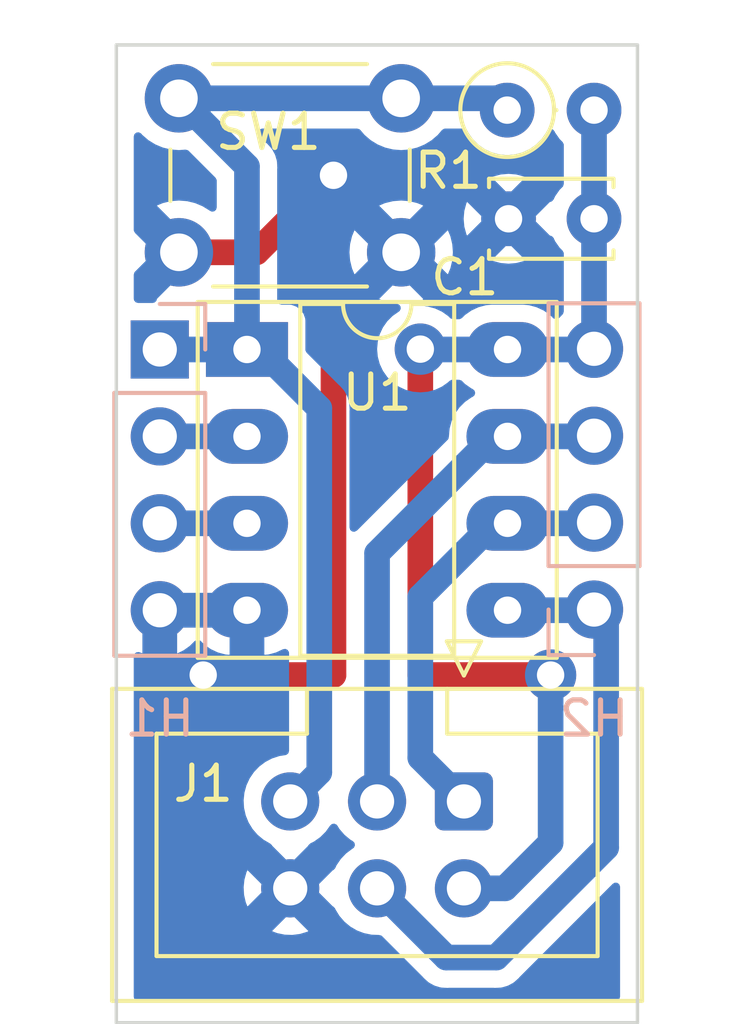
<source format=kicad_pcb>
(kicad_pcb (version 20211014) (generator pcbnew)
  (title_block (title "ATTiny QuickDev adapter") (date "2024-10-13") (rev "0.2") (company "Yavook!de"))
  (layers (0 "F.Cu" signal) (31 "B.Cu" signal) (34 "B.Paste" user) (35 "F.Paste" user) (36 "B.SilkS" user "B.Silkscreen") (37 "F.SilkS" user "F.Silkscreen") (38 "B.Mask" user) (39 "F.Mask" user) (44 "Edge.Cuts" user))
  (net 0 "")
  (net 1 "VCC")
  (net 2 "GND")
  (net 3 "/P1")
  (net 4 "/P2")
  (net 5 "/P3")
  (net 6 "/P5")
  (net 7 "/P6")
  (net 8 "/P7")
  (footprint "Button_Switch_THT:SW_PUSH_6mm" (layer "F.Cu") (at 20.88 20.61)
    (fp_text reference "SW1" (at 2.615 0.98) (layer "F.SilkS"))
    (fp_text value "SW_Push")
    (fp_line (start 6.75 3) (end 6.75 1.5) (layer "F.SilkS") (width 0.12))
    (fp_line (start -0.25 1.5) (end -0.25 3) (layer "F.SilkS") (width 0.12))
    (fp_line (start 5.5 -1) (end 1 -1) (layer "F.SilkS") (width 0.12))
    (fp_line (start 1 5.5) (end 5.5 5.5) (layer "F.SilkS") (width 0.12))
    (pad "1" thru_hole circle (at 0 0 90) (size 2 2) (drill 1.1) (layers *.Cu *.Mask) (net 3 "/P1"))
    (pad "1" thru_hole circle (at 6.5 0 90) (size 2 2) (drill 1.1) (layers *.Cu *.Mask) (net 3 "/P1"))
    (pad "2" thru_hole circle (at 0 4.5 90) (size 2 2) (drill 1.1) (layers *.Cu *.Mask) (net 2 "GND"))
    (pad "2" thru_hole circle (at 6.5 4.5 90) (size 2 2) (drill 1.1) (layers *.Cu *.Mask) (net 2 "GND"))
  )
  (footprint "Capacitor_THT:C_Disc_D3.4mm_W2.1mm_P2.50mm" (layer "F.Cu") (at 33.02 24.13 180)
    (fp_text reference "C1" (at 3.780791 -1.708204) (layer "F.SilkS"))
    (fp_text value "100n")
    (fp_line (start 3.07 -1.17) (end 3.07 -0.925) (layer "F.SilkS") (width 0.12))
    (fp_line (start -0.57 -1.17) (end 3.07 -1.17) (layer "F.SilkS") (width 0.12))
    (fp_line (start -0.57 -1.17) (end -0.57 -0.925) (layer "F.SilkS") (width 0.12))
    (fp_line (start 3.07 0.925) (end 3.07 1.17) (layer "F.SilkS") (width 0.12))
    (fp_line (start -0.57 1.17) (end 3.07 1.17) (layer "F.SilkS") (width 0.12))
    (fp_line (start -0.57 0.925) (end -0.57 1.17) (layer "F.SilkS") (width 0.12))
    (pad "1" thru_hole circle (at 0 0 180) (size 1.6 1.6) (drill 0.8) (layers *.Cu *.Mask) (net 1 "VCC"))
    (pad "2" thru_hole circle (at 2.5 0 180) (size 1.6 1.6) (drill 0.8) (layers *.Cu *.Mask) (net 2 "GND"))
  )
  (footprint "Connector_IDC:IDC-Header_2x03_P2.54mm_Vertical" (layer "F.Cu") (at 29.215 41.1575 -90)
    (fp_text reference "J1" (at -0.5175 7.625 180) (layer "F.SilkS"))
    (fp_text value "AVR-ISP-6")
    (fp_line (start -1.98 4.59) (end -1.98 4.59) (layer "F.SilkS") (width 0.12))
    (fp_line (start 4.52 8.99) (end -1.98 8.99) (layer "F.SilkS") (width 0.12))
    (fp_line (start -1.98 -3.91) (end 4.52 -3.91) (layer "F.SilkS") (width 0.12))
    (fp_line (start -1.98 8.99) (end -1.98 4.59) (layer "F.SilkS") (width 0.12))
    (fp_line (start 5.83 10.29) (end -3.29 10.29) (layer "F.SilkS") (width 0.12))
    (fp_line (start -3.68 0) (end -4.68 -0.5) (layer "F.SilkS") (width 0.12))
    (fp_line (start 4.52 -3.91) (end 4.52 8.99) (layer "F.SilkS") (width 0.12))
    (fp_line (start -1.98 0.49) (end -1.98 -3.91) (layer "F.SilkS") (width 0.12))
    (fp_line (start -3.29 -5.21) (end 5.83 -5.21) (layer "F.SilkS") (width 0.12))
    (fp_line (start -3.29 0.49) (end -1.98 0.49) (layer "F.SilkS") (width 0.12))
    (fp_line (start -1.98 4.59) (end -3.29 4.59) (layer "F.SilkS") (width 0.12))
    (fp_line (start -3.29 10.29) (end -3.29 -5.21) (layer "F.SilkS") (width 0.12))
    (fp_line (start 5.83 -5.21) (end 5.83 10.29) (layer "F.SilkS") (width 0.12))
    (fp_line (start -4.68 0.5) (end -3.68 0) (layer "F.SilkS") (width 0.12))
    (fp_line (start -4.68 -0.5) (end -4.68 0.5) (layer "F.SilkS") (width 0.12))
    (pad "1" thru_hole roundrect (at 0 0 270) (size 1.7 1.7) (drill 1) (layers *.Cu *.Mask) (roundrect_rratio 0.1470588235) (net 7 "/P6"))
    (pad "2" thru_hole circle (at 2.54 0 270) (size 1.7 1.7) (drill 1) (layers *.Cu *.Mask) (net 1 "VCC"))
    (pad "3" thru_hole circle (at 0 2.54 270) (size 1.7 1.7) (drill 1) (layers *.Cu *.Mask) (net 8 "/P7"))
    (pad "4" thru_hole circle (at 2.54 2.54 270) (size 1.7 1.7) (drill 1) (layers *.Cu *.Mask) (net 6 "/P5"))
    (pad "5" thru_hole circle (at 0 5.08 270) (size 1.7 1.7) (drill 1) (layers *.Cu *.Mask) (net 3 "/P1"))
    (pad "6" thru_hole circle (at 2.54 5.08 270) (size 1.7 1.7) (drill 1) (layers *.Cu *.Mask) (net 2 "GND"))
  )
  (footprint "Resistor_THT:R_Axial_DIN0207_L6.3mm_D2.5mm_P2.54mm_Vertical" (layer "F.Cu") (at 30.48 20.955)
    (fp_text reference "R1" (at -1.718303 1.771672) (layer "F.SilkS"))
    (fp_text value "10K")
    (fp_line (start 1.37 0) (end 1.44 0) (layer "F.SilkS") (width 0.12))
    (fp_circle (center 0 0) (end 1.37 0) (layer "F.SilkS") (width 0.12) (fill none))
    (pad "1" thru_hole circle (at 0 0) (size 1.6 1.6) (drill 0.8) (layers *.Cu *.Mask) (net 3 "/P1"))
    (pad "2" thru_hole oval (at 2.54 0) (size 1.6 1.6) (drill 0.8) (layers *.Cu *.Mask) (net 1 "VCC"))
  )
  (footprint "Package_DIP:DIP-8_W7.62mm_Socket_LongPads" (layer "F.Cu") (at 22.87 27.95)
    (fp_text reference "U1" (at 3.81 1.26) (layer "F.SilkS"))
    (fp_text value "ATtiny13V-10P")
    (fp_line (start 9.06 -1.39) (end -1.44 -1.39) (layer "F.SilkS") (width 0.12))
    (fp_line (start -1.44 9.01) (end 9.06 9.01) (layer "F.SilkS") (width 0.12))
    (fp_line (start 6.06 8.95) (end 6.06 -1.33) (layer "F.SilkS") (width 0.12))
    (fp_line (start -1.44 -1.39) (end -1.44 9.01) (layer "F.SilkS") (width 0.12))
    (fp_line (start 1.56 -1.33) (end 1.56 8.95) (layer "F.SilkS") (width 0.12))
    (fp_line (start 2.81 -1.33) (end 1.56 -1.33) (layer "F.SilkS") (width 0.12))
    (fp_line (start 6.06 -1.33) (end 4.81 -1.33) (layer "F.SilkS") (width 0.12))
    (fp_line (start 1.56 8.95) (end 6.06 8.95) (layer "F.SilkS") (width 0.12))
    (fp_line (start 9.06 9.01) (end 9.06 -1.39) (layer "F.SilkS") (width 0.12))
    (fp_arc (start 4.81 -1.33) (mid 3.81 -0.33) (end 2.81 -1.33) (layer "F.SilkS") (width 0.12))
    (pad "1" thru_hole rect (at 0 0) (size 2.4 1.6) (drill 0.8) (layers *.Cu *.Mask) (net 3 "/P1"))
    (pad "2" thru_hole oval (at 0 2.54) (size 2.4 1.6) (drill 0.8) (layers *.Cu *.Mask) (net 4 "/P2"))
    (pad "3" thru_hole oval (at 0 5.08) (size 2.4 1.6) (drill 0.8) (layers *.Cu *.Mask) (net 5 "/P3"))
    (pad "4" thru_hole oval (at 0 7.62) (size 2.4 1.6) (drill 0.8) (layers *.Cu *.Mask) (net 2 "GND"))
    (pad "5" thru_hole oval (at 7.62 7.62) (size 2.4 1.6) (drill 0.8) (layers *.Cu *.Mask) (net 6 "/P5"))
    (pad "6" thru_hole oval (at 7.62 5.08) (size 2.4 1.6) (drill 0.8) (layers *.Cu *.Mask) (net 7 "/P6"))
    (pad "7" thru_hole oval (at 7.62 2.54) (size 2.4 1.6) (drill 0.8) (layers *.Cu *.Mask) (net 8 "/P7"))
    (pad "8" thru_hole oval (at 7.62 0) (size 2.4 1.6) (drill 0.8) (layers *.Cu *.Mask) (net 1 "VCC"))
  )
  (footprint "Connector_PinHeader_2.54mm:PinHeader_1x04_P2.54mm_Vertical" (layer "B.Cu") (at 20.32 27.95 180)
    (fp_text reference "H1" (at 0 -10.785) (layer "B.SilkS") (effects (justify mirror)))
    (fp_text value "Conn_01x04")
    (fp_line (start -1.33 0) (end -1.33 1.33) (layer "B.SilkS") (width 0.12))
    (fp_line (start -1.33 -1.27) (end 1.33 -1.27) (layer "B.SilkS") (width 0.12))
    (fp_line (start -1.33 -8.95) (end 1.33 -8.95) (layer "B.SilkS") (width 0.12))
    (fp_line (start -1.33 1.33) (end 0 1.33) (layer "B.SilkS") (width 0.12))
    (fp_line (start 1.33 -1.27) (end 1.33 -8.95) (layer "B.SilkS") (width 0.12))
    (fp_line (start -1.33 -1.27) (end -1.33 -8.95) (layer "B.SilkS") (width 0.12))
    (pad "1" thru_hole rect (at 0 0 180) (size 1.7 1.7) (drill 1) (layers *.Cu *.Mask) (net 3 "/P1"))
    (pad "2" thru_hole oval (at 0 -2.54 180) (size 1.7 1.7) (drill 1) (layers *.Cu *.Mask) (net 4 "/P2"))
    (pad "3" thru_hole oval (at 0 -5.08 180) (size 1.7 1.7) (drill 1) (layers *.Cu *.Mask) (net 5 "/P3"))
    (pad "4" thru_hole oval (at 0 -7.62 180) (size 1.7 1.7) (drill 1) (layers *.Cu *.Mask) (net 2 "GND"))
  )
  (footprint "Connector_PinHeader_2.54mm:PinHeader_1x04_P2.54mm_Vertical" (layer "B.Cu") (at 33.02 35.55)
    (fp_text reference "H2" (at 0 3.185) (layer "B.SilkS") (effects (justify mirror)))
    (fp_text value "Conn_01x04")
    (fp_line (start -1.33 1.33) (end 0 1.33) (layer "B.SilkS") (width 0.12))
    (fp_line (start -1.33 -1.27) (end -1.33 -8.95) (layer "B.SilkS") (width 0.12))
    (fp_line (start -1.33 -1.27) (end 1.33 -1.27) (layer "B.SilkS") (width 0.12))
    (fp_line (start -1.33 -8.95) (end 1.33 -8.95) (layer "B.SilkS") (width 0.12))
    (fp_line (start 1.33 -1.27) (end 1.33 -8.95) (layer "B.SilkS") (width 0.12))
    (fp_line (start -1.33 0) (end -1.33 1.33) (layer "B.SilkS") (width 0.12))
    (pad "1" thru_hole circle (at 0 0) (size 1.7 1.7) (drill 1) (layers *.Cu *.Mask) (net 6 "/P5"))
    (pad "2" thru_hole oval (at 0 -2.54) (size 1.7 1.7) (drill 1) (layers *.Cu *.Mask) (net 7 "/P6"))
    (pad "3" thru_hole oval (at 0 -5.08) (size 1.7 1.7) (drill 1) (layers *.Cu *.Mask) (net 8 "/P7"))
    (pad "4" thru_hole oval (at 0 -7.62) (size 1.7 1.7) (drill 1) (layers *.Cu *.Mask) (net 1 "VCC"))
  )
  (gr_line (start 34.29 47.625) (end 34.29 19.05) (layer "Edge.Cuts") (width 0.1))
  (gr_line (start 34.29 19.05) (end 19.05 19.05) (layer "Edge.Cuts") (width 0.1))
  (gr_line (start 19.05 19.05) (end 19.05 47.625) (layer "Edge.Cuts") (width 0.1))
  (gr_line (start 19.05 47.625) (end 34.29 47.625) (layer "Edge.Cuts") (width 0.1))
  (segment (start 27.94 37.465) (end 31.75 37.465) (width 0.75) (layer "F.Cu") (net 1))
  (segment (start 27.94 27.94) (end 27.94 37.465) (width 0.75) (layer "F.Cu") (net 1))
  (via (at 27.94 27.94) (size 1.5) (drill 0.8) (layers "F.Cu" "B.Cu") (net 1))
  (via (at 31.75 37.465) (size 1.5) (drill 0.8) (layers "F.Cu" "B.Cu") (net 1))
  (segment (start 33 27.95) (end 33.02 27.93) (width 0.75) (layer "B.Cu") (net 1))
  (segment (start 30.49 27.95) (end 33 27.95) (width 0.75) (layer "B.Cu") (net 1))
  (segment (start 30.49 27.95) (end 27.95 27.95) (width 0.75) (layer "B.Cu") (net 1))
  (segment (start 31.75 38.1) (end 31.75 42.364581) (width 0.75) (layer "B.Cu") (net 1))
  (segment (start 27.95 27.95) (end 27.94 27.94) (width 0.75) (layer "B.Cu") (net 1))
  (segment (start 30.417081 43.6975) (end 29.215 43.6975) (width 0.75) (layer "B.Cu") (net 1))
  (segment (start 33.02 24.13) (end 33.02 20.955) (width 0.75) (layer "B.Cu") (net 1))
  (segment (start 31.75 42.364581) (end 30.417081 43.6975) (width 0.75) (layer "B.Cu") (net 1))
  (segment (start 33.02 27.93) (end 33.02 24.13) (width 0.75) (layer "B.Cu") (net 1))
  (segment (start 20.88 25.11) (end 23.15 25.11) (width 0.75) (layer "F.Cu") (net 2))
  (segment (start 25.4 37.465) (end 21.59 37.465) (width 0.75) (layer "F.Cu") (net 2))
  (segment (start 25.4 22.86) (end 25.4 37.465) (width 0.75) (layer "F.Cu") (net 2))
  (segment (start 23.15 25.11) (end 25.4 22.86) (width 0.75) (layer "F.Cu") (net 2))
  (via (at 21.59 37.465) (size 1.5) (drill 0.8) (layers "F.Cu" "B.Cu") (net 2))
  (via (at 25.4 22.86) (size 1.5) (drill 0.8) (layers "F.Cu" "B.Cu") (net 2))
  (segment (start 22.87 35.57) (end 20.32 35.57) (width 0.75) (layer "B.Cu") (net 2))
  (segment (start 23.27 27.95) (end 24.985 29.665) (width 0.75) (layer "B.Cu") (net 3))
  (segment (start 27.38 20.61) (end 20.88 20.61) (width 0.75) (layer "B.Cu") (net 3))
  (segment (start 22.87 27.95) (end 22.87 22.6) (width 0.75) (layer "B.Cu") (net 3))
  (segment (start 24.985 29.665) (end 24.985 40.3075) (width 0.75) (layer "B.Cu") (net 3))
  (segment (start 24.985 40.3075) (end 24.135 41.1575) (width 0.75) (layer "B.Cu") (net 3))
  (segment (start 30.48 20.955) (end 30.135 20.61) (width 0.75) (layer "B.Cu") (net 3))
  (segment (start 22.87 27.95) (end 23.27 27.95) (width 0.75) (layer "B.Cu") (net 3))
  (segment (start 30.135 20.61) (end 27.38 20.61) (width 0.75) (layer "B.Cu") (net 3))
  (segment (start 22.87 22.6) (end 20.88 20.61) (width 0.75) (layer "B.Cu") (net 3))
  (segment (start 20.32 27.95) (end 22.87 27.95) (width 0.75) (layer "B.Cu") (net 3))
  (segment (start 22.87 30.49) (end 20.32 30.49) (width 0.75) (layer "B.Cu") (net 4))
  (segment (start 20.32 33.03) (end 22.87 33.03) (width 0.75) (layer "B.Cu") (net 5))
  (segment (start 33.374511 35.904511) (end 33.374511 42.507158) (width 0.75) (layer "B.Cu") (net 6))
  (segment (start 30.161669 45.72) (end 28.6975 45.72) (width 0.75) (layer "B.Cu") (net 6))
  (segment (start 30.49 35.57) (end 33 35.57) (width 0.75) (layer "B.Cu") (net 6))
  (segment (start 33 35.57) (end 33.02 35.55) (width 0.75) (layer "B.Cu") (net 6))
  (segment (start 28.6975 45.72) (end 26.675 43.6975) (width 0.75) (layer "B.Cu") (net 6))
  (segment (start 33.374511 42.507158) (end 30.161669 45.72) (width 0.75) (layer "B.Cu") (net 6))
  (segment (start 33.02 35.55) (end 33.374511 35.904511) (width 0.75) (layer "B.Cu") (net 6))
  (segment (start 27.94 39.8825) (end 29.215 41.1575) (width 0.75) (layer "B.Cu") (net 7))
  (segment (start 30.09 33.03) (end 27.94 35.18) (width 0.75) (layer "B.Cu") (net 7))
  (segment (start 30.49 33.03) (end 33 33.03) (width 0.75) (layer "B.Cu") (net 7))
  (segment (start 33 33.03) (end 33.02 33.01) (width 0.75) (layer "B.Cu") (net 7))
  (segment (start 30.49 33.03) (end 30.09 33.03) (width 0.75) (layer "B.Cu") (net 7))
  (segment (start 27.94 35.18) (end 27.94 39.8825) (width 0.75) (layer "B.Cu") (net 7))
  (segment (start 30.49 30.49) (end 30.09 30.49) (width 0.75) (layer "B.Cu") (net 8))
  (segment (start 30.49 30.49) (end 33 30.49) (width 0.75) (layer "B.Cu") (net 8))
  (segment (start 26.675 33.905) (end 26.675 41.1575) (width 0.75) (layer "B.Cu") (net 8))
  (segment (start 33 30.49) (end 33.02 30.47) (width 0.75) (layer "B.Cu") (net 8))
  (segment (start 30.09 30.49) (end 26.675 33.905) (width 0.75) (layer "B.Cu") (net 8))
  (zone (net 2) (net_name "GND") (layer "B.Cu") (connect_pads (clearance 0.508)) (min_thickness 0.254) (fill yes (thermal_gap 0.508) (thermal_bridge_width 1.016))
    (polygon (pts (xy 34.29 46.99) (xy 19.05 46.99) (xy 19.05 19.05) (xy 34.29 19.05)))
  )
)
</source>
